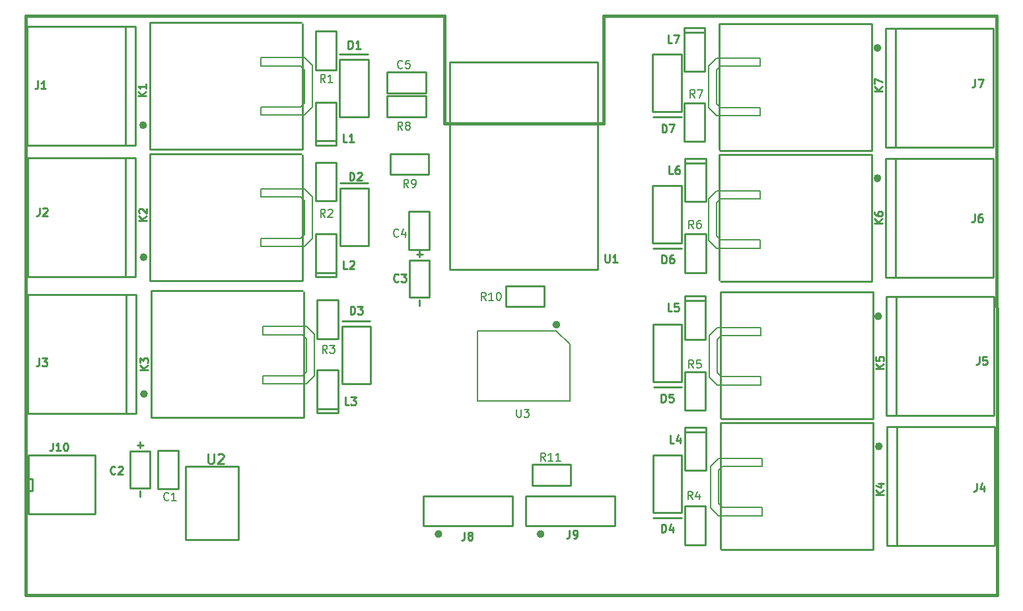
<source format=gbr>
G04 #@! TF.GenerationSoftware,KiCad,Pcbnew,(5.1.6)-1*
G04 #@! TF.CreationDate,2020-06-22T15:28:22+05:30*
G04 #@! TF.ProjectId,ESP8266_RelayBoard,45535038-3236-4365-9f52-656c6179426f,rev?*
G04 #@! TF.SameCoordinates,Original*
G04 #@! TF.FileFunction,Legend,Top*
G04 #@! TF.FilePolarity,Positive*
%FSLAX46Y46*%
G04 Gerber Fmt 4.6, Leading zero omitted, Abs format (unit mm)*
G04 Created by KiCad (PCBNEW (5.1.6)-1) date 2020-06-22 15:28:22*
%MOMM*%
%LPD*%
G01*
G04 APERTURE LIST*
G04 #@! TA.AperFunction,Profile*
%ADD10C,0.203200*%
G04 #@! TD*
G04 #@! TA.AperFunction,Profile*
%ADD11C,0.381000*%
G04 #@! TD*
%ADD12C,0.508000*%
%ADD13C,0.203200*%
%ADD14C,0.254000*%
%ADD15C,0.127000*%
%ADD16C,0.250000*%
G04 APERTURE END LIST*
D10*
X160464500Y-88265000D02*
X159448500Y-89281000D01*
X166052500Y-88265000D02*
X160464500Y-88265000D01*
X159448500Y-94615000D02*
X160464500Y-95631000D01*
X159448500Y-89281000D02*
X159448500Y-94615000D01*
X160464500Y-95631000D02*
X166052500Y-95631000D01*
X166052500Y-95631000D02*
X166052500Y-94551500D01*
X160464500Y-89789000D02*
X160972500Y-89281000D01*
X166052500Y-94551500D02*
X160972500Y-94551500D01*
X160464500Y-94043500D02*
X160464500Y-89789000D01*
X160972500Y-89281000D02*
X166052500Y-89281000D01*
X166052500Y-89281000D02*
X166052500Y-88265000D01*
X160972500Y-94551500D02*
X160464500Y-94043500D01*
X160337500Y-71501000D02*
X159321500Y-72517000D01*
X165925500Y-71501000D02*
X160337500Y-71501000D01*
X159321500Y-77851000D02*
X160337500Y-78867000D01*
X159321500Y-72517000D02*
X159321500Y-77851000D01*
X160337500Y-78867000D02*
X165925500Y-78867000D01*
X165925500Y-78867000D02*
X165925500Y-77787500D01*
X160337500Y-73025000D02*
X160845500Y-72517000D01*
X165925500Y-77787500D02*
X160845500Y-77787500D01*
X160337500Y-77279500D02*
X160337500Y-73025000D01*
X160845500Y-72517000D02*
X165925500Y-72517000D01*
X165925500Y-72517000D02*
X165925500Y-71501000D01*
X160845500Y-77787500D02*
X160337500Y-77279500D01*
X160274000Y-53975000D02*
X159258000Y-54991000D01*
X165862000Y-53975000D02*
X160274000Y-53975000D01*
X159258000Y-60325000D02*
X160274000Y-61341000D01*
X159258000Y-54991000D02*
X159258000Y-60325000D01*
X160274000Y-61341000D02*
X165862000Y-61341000D01*
X165862000Y-61341000D02*
X165862000Y-60261500D01*
X160274000Y-55499000D02*
X160782000Y-54991000D01*
X165862000Y-60261500D02*
X160782000Y-60261500D01*
X160274000Y-59753500D02*
X160274000Y-55499000D01*
X160782000Y-54991000D02*
X165862000Y-54991000D01*
X165862000Y-54991000D02*
X165862000Y-53975000D01*
X160782000Y-60261500D02*
X160274000Y-59753500D01*
X160274000Y-37020500D02*
X159258000Y-38036500D01*
X165862000Y-37020500D02*
X160274000Y-37020500D01*
X159258000Y-43370500D02*
X160274000Y-44386500D01*
X159258000Y-38036500D02*
X159258000Y-43370500D01*
X160274000Y-44386500D02*
X165862000Y-44386500D01*
X165862000Y-44386500D02*
X165862000Y-43307000D01*
X160274000Y-38544500D02*
X160782000Y-38036500D01*
X165862000Y-43307000D02*
X160782000Y-43307000D01*
X160274000Y-42799000D02*
X160274000Y-38544500D01*
X160782000Y-38036500D02*
X165862000Y-38036500D01*
X165862000Y-38036500D02*
X165862000Y-37020500D01*
X160782000Y-43307000D02*
X160274000Y-42799000D01*
X107378500Y-61087000D02*
X108394500Y-60071000D01*
X101790500Y-61087000D02*
X107378500Y-61087000D01*
X108394500Y-54737000D02*
X107378500Y-53721000D01*
X108394500Y-60071000D02*
X108394500Y-54737000D01*
X107378500Y-53721000D02*
X101790500Y-53721000D01*
X101790500Y-53721000D02*
X101790500Y-54800500D01*
X107378500Y-59563000D02*
X106870500Y-60071000D01*
X101790500Y-54800500D02*
X106870500Y-54800500D01*
X107378500Y-55308500D02*
X107378500Y-59563000D01*
X106870500Y-60071000D02*
X101790500Y-60071000D01*
X101790500Y-60071000D02*
X101790500Y-61087000D01*
X106870500Y-54800500D02*
X107378500Y-55308500D01*
X107696000Y-78740000D02*
X108712000Y-77724000D01*
X102108000Y-78740000D02*
X107696000Y-78740000D01*
X108712000Y-72390000D02*
X107696000Y-71374000D01*
X108712000Y-77724000D02*
X108712000Y-72390000D01*
X107696000Y-71374000D02*
X102108000Y-71374000D01*
X102108000Y-71374000D02*
X102108000Y-72453500D01*
X107696000Y-77216000D02*
X107188000Y-77724000D01*
X102108000Y-72453500D02*
X107188000Y-72453500D01*
X107696000Y-72961500D02*
X107696000Y-77216000D01*
X107188000Y-77724000D02*
X102108000Y-77724000D01*
X102108000Y-77724000D02*
X102108000Y-78740000D01*
X107188000Y-72453500D02*
X107696000Y-72961500D01*
X107378500Y-44259500D02*
X108394500Y-43243500D01*
X101790500Y-44259500D02*
X107378500Y-44259500D01*
X108394500Y-37909500D02*
X107378500Y-36893500D01*
X108394500Y-43243500D02*
X108394500Y-37909500D01*
X107378500Y-36893500D02*
X101790500Y-36893500D01*
X101790500Y-36893500D02*
X101790500Y-37973000D01*
X107378500Y-42735500D02*
X106870500Y-43243500D01*
X101790500Y-37973000D02*
X106870500Y-37973000D01*
X107378500Y-38481000D02*
X107378500Y-42735500D01*
X106870500Y-43243500D02*
X101790500Y-43243500D01*
X101790500Y-43243500D02*
X101790500Y-44259500D01*
X106870500Y-37973000D02*
X107378500Y-38481000D01*
D11*
X71691500Y-31559500D02*
X125349000Y-31559500D01*
X145732500Y-31559500D02*
X196151500Y-31559500D01*
X125349000Y-45339000D02*
X125349000Y-31559500D01*
X145732500Y-45339000D02*
X145732500Y-31559500D01*
X125349000Y-45339000D02*
X145732500Y-45339000D01*
X71691500Y-105791000D02*
X71691500Y-31559500D01*
X196215000Y-105791000D02*
X71691500Y-105791000D01*
X196151500Y-31559500D02*
X196215000Y-105791000D01*
D12*
X139954000Y-71144000D02*
G75*
G03*
X139954000Y-71144000I-254000J0D01*
G01*
D13*
X129560000Y-71910000D02*
X129560000Y-80910000D01*
X129560000Y-71910000D02*
X139700000Y-71910000D01*
X129560000Y-80910000D02*
X141450000Y-80910000D01*
X141450000Y-80910000D02*
X141450000Y-73660000D01*
X141450000Y-73660000D02*
X139700000Y-71910000D01*
D14*
X98933000Y-89281000D02*
X98933000Y-98679000D01*
X98933000Y-98679000D02*
X92138500Y-98679000D01*
X92138500Y-98679000D02*
X92138500Y-89281000D01*
X92138500Y-89281000D02*
X98933000Y-89281000D01*
X145034000Y-37528500D02*
X126047500Y-37528500D01*
X145034000Y-64071500D02*
X145034000Y-37528500D01*
X126047500Y-64071500D02*
X145034000Y-64071500D01*
X126047500Y-37528500D02*
X126047500Y-64071500D01*
X136588500Y-89090500D02*
X141541500Y-89090500D01*
X141541500Y-89090500D02*
X141541500Y-91757500D01*
X141541500Y-91757500D02*
X136588500Y-91757500D01*
X136588500Y-91757500D02*
X136588500Y-89090500D01*
X133223000Y-66167000D02*
X138176000Y-66167000D01*
X138176000Y-66167000D02*
X138176000Y-68834000D01*
X138176000Y-68834000D02*
X133223000Y-68834000D01*
X133223000Y-68834000D02*
X133223000Y-66167000D01*
X123367800Y-49225200D02*
X123367800Y-51892200D01*
X118414800Y-49225200D02*
X123367800Y-49225200D01*
X118414800Y-51892200D02*
X118414800Y-49225200D01*
X123367800Y-51892200D02*
X118414800Y-51892200D01*
X117993500Y-44513500D02*
X117993500Y-41846500D01*
X122946500Y-44513500D02*
X117993500Y-44513500D01*
X122946500Y-41846500D02*
X122946500Y-44513500D01*
X117993500Y-41846500D02*
X122946500Y-41846500D01*
X158750000Y-47678000D02*
X156083000Y-47678000D01*
X158750000Y-42725000D02*
X158750000Y-47678000D01*
X156083000Y-42725000D02*
X158750000Y-42725000D01*
X156083000Y-47678000D02*
X156083000Y-42725000D01*
X158877000Y-64492800D02*
X156210000Y-64492800D01*
X158877000Y-59539800D02*
X158877000Y-64492800D01*
X156210000Y-59539800D02*
X158877000Y-59539800D01*
X156210000Y-64492800D02*
X156210000Y-59539800D01*
X158838900Y-82141400D02*
X156171900Y-82141400D01*
X158838900Y-77188400D02*
X158838900Y-82141400D01*
X156171900Y-77188400D02*
X158838900Y-77188400D01*
X156171900Y-82141400D02*
X156171900Y-77188400D01*
X158813500Y-99377500D02*
X156146500Y-99377500D01*
X158813500Y-94424500D02*
X158813500Y-99377500D01*
X156146500Y-94424500D02*
X158813500Y-94424500D01*
X156146500Y-99377500D02*
X156146500Y-94424500D01*
X111696500Y-67995800D02*
X111696500Y-72948800D01*
X111696500Y-72948800D02*
X109029500Y-72948800D01*
X109029500Y-72948800D02*
X109029500Y-67995800D01*
X109029500Y-67995800D02*
X111696500Y-67995800D01*
X108839000Y-50340600D02*
X111506000Y-50340600D01*
X108839000Y-55293600D02*
X108839000Y-50340600D01*
X111506000Y-55293600D02*
X108839000Y-55293600D01*
X111506000Y-50340600D02*
X111506000Y-55293600D01*
X108839000Y-33528000D02*
X111506000Y-33528000D01*
X108839000Y-38481000D02*
X108839000Y-33528000D01*
X111506000Y-38481000D02*
X108839000Y-38481000D01*
X111506000Y-33528000D02*
X111506000Y-38481000D01*
X156083000Y-33682600D02*
X158750000Y-33682600D01*
X156083000Y-38635600D02*
X156083000Y-33111100D01*
X158750000Y-38635600D02*
X156083000Y-38635600D01*
X158750000Y-33111100D02*
X158750000Y-38635600D01*
X156083000Y-33111100D02*
X158750000Y-33111100D01*
X156210000Y-50416800D02*
X158877000Y-50416800D01*
X156210000Y-55369800D02*
X156210000Y-49845300D01*
X158877000Y-55369800D02*
X156210000Y-55369800D01*
X158877000Y-49845300D02*
X158877000Y-55369800D01*
X156210000Y-49845300D02*
X158877000Y-49845300D01*
X156171900Y-68074200D02*
X158838900Y-68074200D01*
X156171900Y-73027200D02*
X156171900Y-67502700D01*
X158838900Y-73027200D02*
X156171900Y-73027200D01*
X158838900Y-67502700D02*
X158838900Y-73027200D01*
X156171900Y-67502700D02*
X158838900Y-67502700D01*
X156184600Y-84863600D02*
X158851600Y-84863600D01*
X156184600Y-89816600D02*
X156184600Y-84292100D01*
X158851600Y-89816600D02*
X156184600Y-89816600D01*
X158851600Y-84292100D02*
X158851600Y-89816600D01*
X156184600Y-84292100D02*
X158851600Y-84292100D01*
X111696500Y-82486500D02*
X109029500Y-82486500D01*
X109029500Y-82486500D02*
X109029500Y-76962000D01*
X109029500Y-76962000D02*
X111696500Y-76962000D01*
X111696500Y-76962000D02*
X111696500Y-82486500D01*
X111696500Y-81915000D02*
X109029500Y-81915000D01*
X111506000Y-64465200D02*
X108839000Y-64465200D01*
X111506000Y-59512200D02*
X111506000Y-65036700D01*
X108839000Y-59512200D02*
X111506000Y-59512200D01*
X108839000Y-65036700D02*
X108839000Y-59512200D01*
X111506000Y-65036700D02*
X108839000Y-65036700D01*
X111506000Y-47576400D02*
X108839000Y-47576400D01*
X111506000Y-42623400D02*
X111506000Y-48147900D01*
X108839000Y-42623400D02*
X111506000Y-42623400D01*
X108839000Y-48147900D02*
X108839000Y-42623400D01*
X111506000Y-48147900D02*
X108839000Y-48147900D01*
X71996300Y-87884000D02*
X71996300Y-95402400D01*
X72504300Y-92456000D02*
X71996300Y-92456000D01*
X72504300Y-90932000D02*
X72504300Y-92456000D01*
X71996300Y-90932000D02*
X72504300Y-90932000D01*
X80581500Y-87884000D02*
X71996300Y-87884000D01*
X80581500Y-87884000D02*
X80581500Y-95402400D01*
X80581500Y-95402400D02*
X71996300Y-95402400D01*
D12*
X137922000Y-97980500D02*
G75*
G03*
X137922000Y-97980500I-254000J0D01*
G01*
D14*
X135763000Y-96901000D02*
X147193000Y-96901000D01*
X135763000Y-96901000D02*
X135763000Y-93091000D01*
X147193000Y-93091000D02*
X135763000Y-93091000D01*
X147193000Y-96901000D02*
X147193000Y-93091000D01*
D12*
X124841000Y-97980500D02*
G75*
G03*
X124841000Y-97980500I-254000J0D01*
G01*
D14*
X122682000Y-96901000D02*
X134112000Y-96901000D01*
X122682000Y-96901000D02*
X122682000Y-93091000D01*
X134112000Y-93091000D02*
X122682000Y-93091000D01*
X134112000Y-96901000D02*
X134112000Y-93091000D01*
X152044400Y-43836700D02*
X152044400Y-36470700D01*
X152044400Y-43836700D02*
X155727400Y-43836700D01*
X155727400Y-36470700D02*
X152044400Y-36470700D01*
X155727400Y-43836700D02*
X155727400Y-36470700D01*
X152107900Y-44522500D02*
X155727400Y-44522500D01*
X152069800Y-60718700D02*
X152069800Y-53352700D01*
X152069800Y-60718700D02*
X155752800Y-60718700D01*
X155752800Y-53352700D02*
X152069800Y-53352700D01*
X155752800Y-60718700D02*
X155752800Y-53352700D01*
X152133300Y-61404500D02*
X155752800Y-61404500D01*
X152095200Y-78456900D02*
X152095200Y-71090900D01*
X152095200Y-78456900D02*
X155778200Y-78456900D01*
X155778200Y-71090900D02*
X152095200Y-71090900D01*
X155778200Y-78456900D02*
X155778200Y-71090900D01*
X152158700Y-79142700D02*
X155778200Y-79142700D01*
X152082500Y-95250000D02*
X152082500Y-87884000D01*
X152082500Y-95250000D02*
X155765500Y-95250000D01*
X155765500Y-87884000D02*
X152082500Y-87884000D01*
X155765500Y-95250000D02*
X155765500Y-87884000D01*
X152146000Y-95935800D02*
X155765500Y-95935800D01*
X115824000Y-70697200D02*
X112204500Y-70697200D01*
X112204500Y-71383000D02*
X112204500Y-78749000D01*
X112204500Y-78749000D02*
X115887500Y-78749000D01*
X115887500Y-71383000D02*
X112204500Y-71383000D01*
X115887500Y-71383000D02*
X115887500Y-78749000D01*
X115633500Y-53691900D02*
X115633500Y-61057900D01*
X115633500Y-53691900D02*
X111950500Y-53691900D01*
X111950500Y-61057900D02*
X115633500Y-61057900D01*
X111950500Y-53691900D02*
X111950500Y-61057900D01*
X115570000Y-53006100D02*
X111950500Y-53006100D01*
X115620800Y-37147500D02*
X115620800Y-44513500D01*
X115620800Y-37147500D02*
X111937800Y-37147500D01*
X111937800Y-44513500D02*
X115620800Y-44513500D01*
X111937800Y-37147500D02*
X111937800Y-44513500D01*
X115557300Y-36461700D02*
X111937800Y-36461700D01*
X122946500Y-38798500D02*
X122946500Y-41465500D01*
X117993500Y-38798500D02*
X122946500Y-38798500D01*
X117993500Y-41465500D02*
X117993500Y-38798500D01*
X122946500Y-41465500D02*
X117993500Y-41465500D01*
X123444000Y-61542000D02*
X120777000Y-61542000D01*
X123444000Y-56589000D02*
X123444000Y-61542000D01*
X120777000Y-56589000D02*
X123444000Y-56589000D01*
X120777000Y-61542000D02*
X120777000Y-56589000D01*
D15*
X123444000Y-62992000D02*
X123444000Y-63119000D01*
D14*
X120904000Y-62928500D02*
X123444000Y-62928500D01*
X120904000Y-67564000D02*
X120904000Y-62992000D01*
X123444000Y-67627500D02*
X120904000Y-67627500D01*
X123444000Y-62992000D02*
X123444000Y-67564000D01*
X122555000Y-62103000D02*
X121793000Y-62103000D01*
X122174000Y-61722000D02*
X122174000Y-62484000D01*
X122174000Y-68008500D02*
X122174000Y-68770500D01*
D15*
X87630000Y-87450000D02*
X87630000Y-87577000D01*
D14*
X85090000Y-87386500D02*
X87630000Y-87386500D01*
X85090000Y-92022000D02*
X85090000Y-87450000D01*
X87630000Y-92085500D02*
X85090000Y-92085500D01*
X87630000Y-87450000D02*
X87630000Y-92022000D01*
X86741000Y-86561000D02*
X85979000Y-86561000D01*
X86360000Y-86180000D02*
X86360000Y-86942000D01*
X86360000Y-92466500D02*
X86360000Y-93228500D01*
X88582500Y-87259500D02*
X91249500Y-87259500D01*
X88582500Y-92212500D02*
X88582500Y-87259500D01*
X91249500Y-92212500D02*
X88582500Y-92212500D01*
X91249500Y-87259500D02*
X91249500Y-92212500D01*
X160537500Y-32575500D02*
X180095500Y-32575500D01*
X180095500Y-32575500D02*
X180095500Y-48831500D01*
X180095500Y-48831500D02*
X160664500Y-48831500D01*
X160537500Y-48704500D02*
X160537500Y-32575500D01*
X160591500Y-49339500D02*
X180149500Y-49339500D01*
X180149500Y-49339500D02*
X180149500Y-65595500D01*
X180149500Y-65595500D02*
X160718500Y-65595500D01*
X160591500Y-65468500D02*
X160591500Y-49339500D01*
X160718500Y-66992500D02*
X180276500Y-66992500D01*
X180276500Y-66992500D02*
X180276500Y-83248500D01*
X180276500Y-83248500D02*
X160845500Y-83248500D01*
X160718500Y-83121500D02*
X160718500Y-66992500D01*
X160718500Y-83756500D02*
X180276500Y-83756500D01*
X180276500Y-83756500D02*
X180276500Y-100012500D01*
X180276500Y-100012500D02*
X160845500Y-100012500D01*
X160718500Y-99885500D02*
X160718500Y-83756500D01*
X107302300Y-66941700D02*
X107302300Y-83070700D01*
X87744300Y-66814700D02*
X107175300Y-66814700D01*
X87744300Y-83070700D02*
X87744300Y-66814700D01*
X107302300Y-83070700D02*
X87744300Y-83070700D01*
X107149900Y-49415700D02*
X107149900Y-65544700D01*
X87591900Y-49288700D02*
X107022900Y-49288700D01*
X87591900Y-65544700D02*
X87591900Y-49288700D01*
X107149900Y-65544700D02*
X87591900Y-65544700D01*
X107124500Y-32575500D02*
X107124500Y-48704500D01*
X87566500Y-32448500D02*
X106997500Y-32448500D01*
X87566500Y-48704500D02*
X87566500Y-32448500D01*
X107124500Y-48704500D02*
X87566500Y-48704500D01*
D12*
X86982300Y-45580300D02*
G75*
G03*
X86982300Y-45580300I-254000J0D01*
G01*
D14*
X85712300Y-48120300D02*
X71869300Y-48120300D01*
X85712300Y-32880300D02*
X71869300Y-32880300D01*
X84442300Y-48120300D02*
X84442300Y-32880300D01*
X71869300Y-48120300D02*
X71869300Y-32880300D01*
X85712300Y-48120300D02*
X85712300Y-32880300D01*
X85763100Y-65036700D02*
X85763100Y-49796700D01*
X71920100Y-65036700D02*
X71920100Y-49796700D01*
X84493100Y-65036700D02*
X84493100Y-49796700D01*
X85763100Y-49796700D02*
X71920100Y-49796700D01*
X85763100Y-65036700D02*
X71920100Y-65036700D01*
D12*
X87033100Y-62496700D02*
G75*
G03*
X87033100Y-62496700I-254000J0D01*
G01*
D14*
X85813900Y-82562700D02*
X85813900Y-67322700D01*
X71970900Y-82562700D02*
X71970900Y-67322700D01*
X84543900Y-82562700D02*
X84543900Y-67322700D01*
X85813900Y-67322700D02*
X71970900Y-67322700D01*
X85813900Y-82562700D02*
X71970900Y-82562700D01*
D12*
X87083900Y-80022700D02*
G75*
G03*
X87083900Y-80022700I-254000J0D01*
G01*
D14*
X182054500Y-84201000D02*
X182054500Y-99441000D01*
X195897500Y-84201000D02*
X195897500Y-99441000D01*
X183324500Y-84201000D02*
X183324500Y-99441000D01*
X182054500Y-99441000D02*
X195897500Y-99441000D01*
X182054500Y-84201000D02*
X195897500Y-84201000D01*
D12*
X181292500Y-86741000D02*
G75*
G03*
X181292500Y-86741000I-254000J0D01*
G01*
X181216300Y-70065900D02*
G75*
G03*
X181216300Y-70065900I-254000J0D01*
G01*
D14*
X181978300Y-67525900D02*
X195821300Y-67525900D01*
X181978300Y-82765900D02*
X195821300Y-82765900D01*
X183248300Y-67525900D02*
X183248300Y-82765900D01*
X195821300Y-67525900D02*
X195821300Y-82765900D01*
X181978300Y-67525900D02*
X181978300Y-82765900D01*
X181876700Y-49847500D02*
X181876700Y-65087500D01*
X195719700Y-49847500D02*
X195719700Y-65087500D01*
X183146700Y-49847500D02*
X183146700Y-65087500D01*
X181876700Y-65087500D02*
X195719700Y-65087500D01*
X181876700Y-49847500D02*
X195719700Y-49847500D01*
D12*
X181114700Y-52387500D02*
G75*
G03*
X181114700Y-52387500I-254000J0D01*
G01*
D14*
X181876700Y-33134300D02*
X181876700Y-48374300D01*
X195719700Y-33134300D02*
X195719700Y-48374300D01*
X183146700Y-33134300D02*
X183146700Y-48374300D01*
X181876700Y-48374300D02*
X195719700Y-48374300D01*
X181876700Y-33134300D02*
X195719700Y-33134300D01*
D12*
X181114700Y-35674300D02*
G75*
G03*
X181114700Y-35674300I-254000J0D01*
G01*
D13*
X134620095Y-82002380D02*
X134620095Y-82811904D01*
X134667714Y-82907142D01*
X134715333Y-82954761D01*
X134810571Y-83002380D01*
X135001047Y-83002380D01*
X135096285Y-82954761D01*
X135143904Y-82907142D01*
X135191523Y-82811904D01*
X135191523Y-82002380D01*
X135572476Y-82002380D02*
X136191523Y-82002380D01*
X135858190Y-82383333D01*
X136001047Y-82383333D01*
X136096285Y-82430952D01*
X136143904Y-82478571D01*
X136191523Y-82573809D01*
X136191523Y-82811904D01*
X136143904Y-82907142D01*
X136096285Y-82954761D01*
X136001047Y-83002380D01*
X135715333Y-83002380D01*
X135620095Y-82954761D01*
X135572476Y-82907142D01*
D14*
X95044380Y-87696523D02*
X95044380Y-88724619D01*
X95104857Y-88845571D01*
X95165333Y-88906047D01*
X95286285Y-88966523D01*
X95528190Y-88966523D01*
X95649142Y-88906047D01*
X95709619Y-88845571D01*
X95770095Y-88724619D01*
X95770095Y-87696523D01*
X96314380Y-87817476D02*
X96374857Y-87757000D01*
X96495809Y-87696523D01*
X96798190Y-87696523D01*
X96919142Y-87757000D01*
X96979619Y-87817476D01*
X97040095Y-87938428D01*
X97040095Y-88059380D01*
X96979619Y-88240809D01*
X96253904Y-88966523D01*
X97040095Y-88966523D01*
D16*
X145948495Y-62164980D02*
X145948495Y-62974504D01*
X145996114Y-63069742D01*
X146043733Y-63117361D01*
X146138971Y-63164980D01*
X146329447Y-63164980D01*
X146424685Y-63117361D01*
X146472304Y-63069742D01*
X146519923Y-62974504D01*
X146519923Y-62164980D01*
X147519923Y-63164980D02*
X146948495Y-63164980D01*
X147234209Y-63164980D02*
X147234209Y-62164980D01*
X147138971Y-62307838D01*
X147043733Y-62403076D01*
X146948495Y-62450695D01*
D13*
X138284857Y-88597619D02*
X137946190Y-88113809D01*
X137704285Y-88597619D02*
X137704285Y-87581619D01*
X138091333Y-87581619D01*
X138188095Y-87630000D01*
X138236476Y-87678380D01*
X138284857Y-87775142D01*
X138284857Y-87920285D01*
X138236476Y-88017047D01*
X138188095Y-88065428D01*
X138091333Y-88113809D01*
X137704285Y-88113809D01*
X139252476Y-88597619D02*
X138671904Y-88597619D01*
X138962190Y-88597619D02*
X138962190Y-87581619D01*
X138865428Y-87726761D01*
X138768666Y-87823523D01*
X138671904Y-87871904D01*
X140220095Y-88597619D02*
X139639523Y-88597619D01*
X139929809Y-88597619D02*
X139929809Y-87581619D01*
X139833047Y-87726761D01*
X139736285Y-87823523D01*
X139639523Y-87871904D01*
X130664857Y-68023619D02*
X130326190Y-67539809D01*
X130084285Y-68023619D02*
X130084285Y-67007619D01*
X130471333Y-67007619D01*
X130568095Y-67056000D01*
X130616476Y-67104380D01*
X130664857Y-67201142D01*
X130664857Y-67346285D01*
X130616476Y-67443047D01*
X130568095Y-67491428D01*
X130471333Y-67539809D01*
X130084285Y-67539809D01*
X131632476Y-68023619D02*
X131051904Y-68023619D01*
X131342190Y-68023619D02*
X131342190Y-67007619D01*
X131245428Y-67152761D01*
X131148666Y-67249523D01*
X131051904Y-67297904D01*
X132261428Y-67007619D02*
X132358190Y-67007619D01*
X132454952Y-67056000D01*
X132503333Y-67104380D01*
X132551714Y-67201142D01*
X132600095Y-67394666D01*
X132600095Y-67636571D01*
X132551714Y-67830095D01*
X132503333Y-67926857D01*
X132454952Y-67975238D01*
X132358190Y-68023619D01*
X132261428Y-68023619D01*
X132164666Y-67975238D01*
X132116285Y-67926857D01*
X132067904Y-67830095D01*
X132019523Y-67636571D01*
X132019523Y-67394666D01*
X132067904Y-67201142D01*
X132116285Y-67104380D01*
X132164666Y-67056000D01*
X132261428Y-67007619D01*
X120734666Y-53545619D02*
X120396000Y-53061809D01*
X120154095Y-53545619D02*
X120154095Y-52529619D01*
X120541142Y-52529619D01*
X120637904Y-52578000D01*
X120686285Y-52626380D01*
X120734666Y-52723142D01*
X120734666Y-52868285D01*
X120686285Y-52965047D01*
X120637904Y-53013428D01*
X120541142Y-53061809D01*
X120154095Y-53061809D01*
X121218476Y-53545619D02*
X121412000Y-53545619D01*
X121508761Y-53497238D01*
X121557142Y-53448857D01*
X121653904Y-53303714D01*
X121702285Y-53110190D01*
X121702285Y-52723142D01*
X121653904Y-52626380D01*
X121605523Y-52578000D01*
X121508761Y-52529619D01*
X121315238Y-52529619D01*
X121218476Y-52578000D01*
X121170095Y-52626380D01*
X121121714Y-52723142D01*
X121121714Y-52965047D01*
X121170095Y-53061809D01*
X121218476Y-53110190D01*
X121315238Y-53158571D01*
X121508761Y-53158571D01*
X121605523Y-53110190D01*
X121653904Y-53061809D01*
X121702285Y-52965047D01*
X119972666Y-46179619D02*
X119634000Y-45695809D01*
X119392095Y-46179619D02*
X119392095Y-45163619D01*
X119779142Y-45163619D01*
X119875904Y-45212000D01*
X119924285Y-45260380D01*
X119972666Y-45357142D01*
X119972666Y-45502285D01*
X119924285Y-45599047D01*
X119875904Y-45647428D01*
X119779142Y-45695809D01*
X119392095Y-45695809D01*
X120553238Y-45599047D02*
X120456476Y-45550666D01*
X120408095Y-45502285D01*
X120359714Y-45405523D01*
X120359714Y-45357142D01*
X120408095Y-45260380D01*
X120456476Y-45212000D01*
X120553238Y-45163619D01*
X120746761Y-45163619D01*
X120843523Y-45212000D01*
X120891904Y-45260380D01*
X120940285Y-45357142D01*
X120940285Y-45405523D01*
X120891904Y-45502285D01*
X120843523Y-45550666D01*
X120746761Y-45599047D01*
X120553238Y-45599047D01*
X120456476Y-45647428D01*
X120408095Y-45695809D01*
X120359714Y-45792571D01*
X120359714Y-45986095D01*
X120408095Y-46082857D01*
X120456476Y-46131238D01*
X120553238Y-46179619D01*
X120746761Y-46179619D01*
X120843523Y-46131238D01*
X120891904Y-46082857D01*
X120940285Y-45986095D01*
X120940285Y-45792571D01*
X120891904Y-45695809D01*
X120843523Y-45647428D01*
X120746761Y-45599047D01*
X157475766Y-42026719D02*
X157137100Y-41542909D01*
X156895195Y-42026719D02*
X156895195Y-41010719D01*
X157282242Y-41010719D01*
X157379004Y-41059100D01*
X157427385Y-41107480D01*
X157475766Y-41204242D01*
X157475766Y-41349385D01*
X157427385Y-41446147D01*
X157379004Y-41494528D01*
X157282242Y-41542909D01*
X156895195Y-41542909D01*
X157814433Y-41010719D02*
X158491766Y-41010719D01*
X158056338Y-42026719D01*
X157297966Y-58790719D02*
X156959300Y-58306909D01*
X156717395Y-58790719D02*
X156717395Y-57774719D01*
X157104442Y-57774719D01*
X157201204Y-57823100D01*
X157249585Y-57871480D01*
X157297966Y-57968242D01*
X157297966Y-58113385D01*
X157249585Y-58210147D01*
X157201204Y-58258528D01*
X157104442Y-58306909D01*
X156717395Y-58306909D01*
X158168823Y-57774719D02*
X157975300Y-57774719D01*
X157878538Y-57823100D01*
X157830157Y-57871480D01*
X157733395Y-58016623D01*
X157685014Y-58210147D01*
X157685014Y-58597195D01*
X157733395Y-58693957D01*
X157781776Y-58742338D01*
X157878538Y-58790719D01*
X158072061Y-58790719D01*
X158168823Y-58742338D01*
X158217204Y-58693957D01*
X158265585Y-58597195D01*
X158265585Y-58355290D01*
X158217204Y-58258528D01*
X158168823Y-58210147D01*
X158072061Y-58161766D01*
X157878538Y-58161766D01*
X157781776Y-58210147D01*
X157733395Y-58258528D01*
X157685014Y-58355290D01*
X157285266Y-76695519D02*
X156946600Y-76211709D01*
X156704695Y-76695519D02*
X156704695Y-75679519D01*
X157091742Y-75679519D01*
X157188504Y-75727900D01*
X157236885Y-75776280D01*
X157285266Y-75873042D01*
X157285266Y-76018185D01*
X157236885Y-76114947D01*
X157188504Y-76163328D01*
X157091742Y-76211709D01*
X156704695Y-76211709D01*
X158204504Y-75679519D02*
X157720695Y-75679519D01*
X157672314Y-76163328D01*
X157720695Y-76114947D01*
X157817457Y-76066566D01*
X158059361Y-76066566D01*
X158156123Y-76114947D01*
X158204504Y-76163328D01*
X158252885Y-76260090D01*
X158252885Y-76501995D01*
X158204504Y-76598757D01*
X158156123Y-76647138D01*
X158059361Y-76695519D01*
X157817457Y-76695519D01*
X157720695Y-76647138D01*
X157672314Y-76598757D01*
X157158266Y-93552819D02*
X156819600Y-93069009D01*
X156577695Y-93552819D02*
X156577695Y-92536819D01*
X156964742Y-92536819D01*
X157061504Y-92585200D01*
X157109885Y-92633580D01*
X157158266Y-92730342D01*
X157158266Y-92875485D01*
X157109885Y-92972247D01*
X157061504Y-93020628D01*
X156964742Y-93069009D01*
X156577695Y-93069009D01*
X158029123Y-92875485D02*
X158029123Y-93552819D01*
X157787219Y-92488438D02*
X157545314Y-93214152D01*
X158174266Y-93214152D01*
X110320666Y-74792719D02*
X109982000Y-74308909D01*
X109740095Y-74792719D02*
X109740095Y-73776719D01*
X110127142Y-73776719D01*
X110223904Y-73825100D01*
X110272285Y-73873480D01*
X110320666Y-73970242D01*
X110320666Y-74115385D01*
X110272285Y-74212147D01*
X110223904Y-74260528D01*
X110127142Y-74308909D01*
X109740095Y-74308909D01*
X110659333Y-73776719D02*
X111288285Y-73776719D01*
X110949619Y-74163766D01*
X111094761Y-74163766D01*
X111191523Y-74212147D01*
X111239904Y-74260528D01*
X111288285Y-74357290D01*
X111288285Y-74599195D01*
X111239904Y-74695957D01*
X111191523Y-74744338D01*
X111094761Y-74792719D01*
X110804476Y-74792719D01*
X110707714Y-74744338D01*
X110659333Y-74695957D01*
X110066666Y-57355619D02*
X109728000Y-56871809D01*
X109486095Y-57355619D02*
X109486095Y-56339619D01*
X109873142Y-56339619D01*
X109969904Y-56388000D01*
X110018285Y-56436380D01*
X110066666Y-56533142D01*
X110066666Y-56678285D01*
X110018285Y-56775047D01*
X109969904Y-56823428D01*
X109873142Y-56871809D01*
X109486095Y-56871809D01*
X110453714Y-56436380D02*
X110502095Y-56388000D01*
X110598857Y-56339619D01*
X110840761Y-56339619D01*
X110937523Y-56388000D01*
X110985904Y-56436380D01*
X111034285Y-56533142D01*
X111034285Y-56629904D01*
X110985904Y-56775047D01*
X110405333Y-57355619D01*
X111034285Y-57355619D01*
X110066666Y-40083619D02*
X109728000Y-39599809D01*
X109486095Y-40083619D02*
X109486095Y-39067619D01*
X109873142Y-39067619D01*
X109969904Y-39116000D01*
X110018285Y-39164380D01*
X110066666Y-39261142D01*
X110066666Y-39406285D01*
X110018285Y-39503047D01*
X109969904Y-39551428D01*
X109873142Y-39599809D01*
X109486095Y-39599809D01*
X111034285Y-40083619D02*
X110453714Y-40083619D01*
X110744000Y-40083619D02*
X110744000Y-39067619D01*
X110647238Y-39212761D01*
X110550476Y-39309523D01*
X110453714Y-39357904D01*
D14*
X154516666Y-35003619D02*
X154032857Y-35003619D01*
X154032857Y-33987619D01*
X154758571Y-33987619D02*
X155435904Y-33987619D01*
X155000476Y-35003619D01*
X154656366Y-51831119D02*
X154172557Y-51831119D01*
X154172557Y-50815119D01*
X155430461Y-50815119D02*
X155236938Y-50815119D01*
X155140176Y-50863500D01*
X155091795Y-50911880D01*
X154995033Y-51057023D01*
X154946652Y-51250547D01*
X154946652Y-51637595D01*
X154995033Y-51734357D01*
X155043414Y-51782738D01*
X155140176Y-51831119D01*
X155333700Y-51831119D01*
X155430461Y-51782738D01*
X155478842Y-51734357D01*
X155527223Y-51637595D01*
X155527223Y-51395690D01*
X155478842Y-51298928D01*
X155430461Y-51250547D01*
X155333700Y-51202166D01*
X155140176Y-51202166D01*
X155043414Y-51250547D01*
X154995033Y-51298928D01*
X154946652Y-51395690D01*
X154516666Y-69433319D02*
X154032857Y-69433319D01*
X154032857Y-68417319D01*
X155339142Y-68417319D02*
X154855333Y-68417319D01*
X154806952Y-68901128D01*
X154855333Y-68852747D01*
X154952095Y-68804366D01*
X155194000Y-68804366D01*
X155290761Y-68852747D01*
X155339142Y-68901128D01*
X155387523Y-68997890D01*
X155387523Y-69239795D01*
X155339142Y-69336557D01*
X155290761Y-69384938D01*
X155194000Y-69433319D01*
X154952095Y-69433319D01*
X154855333Y-69384938D01*
X154806952Y-69336557D01*
X154770666Y-86311619D02*
X154286857Y-86311619D01*
X154286857Y-85295619D01*
X155544761Y-85634285D02*
X155544761Y-86311619D01*
X155302857Y-85247238D02*
X155060952Y-85972952D01*
X155689904Y-85972952D01*
X113114666Y-81472919D02*
X112630857Y-81472919D01*
X112630857Y-80456919D01*
X113356571Y-80456919D02*
X113985523Y-80456919D01*
X113646857Y-80843966D01*
X113792000Y-80843966D01*
X113888761Y-80892347D01*
X113937142Y-80940728D01*
X113985523Y-81037490D01*
X113985523Y-81279395D01*
X113937142Y-81376157D01*
X113888761Y-81424538D01*
X113792000Y-81472919D01*
X113501714Y-81472919D01*
X113404952Y-81424538D01*
X113356571Y-81376157D01*
X112924166Y-63972319D02*
X112440357Y-63972319D01*
X112440357Y-62956319D01*
X113214452Y-63053080D02*
X113262833Y-63004700D01*
X113359595Y-62956319D01*
X113601500Y-62956319D01*
X113698261Y-63004700D01*
X113746642Y-63053080D01*
X113795023Y-63149842D01*
X113795023Y-63246604D01*
X113746642Y-63391747D01*
X113166071Y-63972319D01*
X113795023Y-63972319D01*
X112860666Y-47703619D02*
X112376857Y-47703619D01*
X112376857Y-46687619D01*
X113731523Y-47703619D02*
X113150952Y-47703619D01*
X113441238Y-47703619D02*
X113441238Y-46687619D01*
X113344476Y-46832761D01*
X113247714Y-46929523D01*
X113150952Y-46977904D01*
D16*
X75136476Y-86307680D02*
X75136476Y-87021966D01*
X75088857Y-87164823D01*
X74993619Y-87260061D01*
X74850761Y-87307680D01*
X74755523Y-87307680D01*
X76136476Y-87307680D02*
X75565047Y-87307680D01*
X75850761Y-87307680D02*
X75850761Y-86307680D01*
X75755523Y-86450538D01*
X75660285Y-86545776D01*
X75565047Y-86593395D01*
X76755523Y-86307680D02*
X76850761Y-86307680D01*
X76946000Y-86355300D01*
X76993619Y-86402919D01*
X77041238Y-86498157D01*
X77088857Y-86688633D01*
X77088857Y-86926728D01*
X77041238Y-87117204D01*
X76993619Y-87212442D01*
X76946000Y-87260061D01*
X76850761Y-87307680D01*
X76755523Y-87307680D01*
X76660285Y-87260061D01*
X76612666Y-87212442D01*
X76565047Y-87117204D01*
X76517428Y-86926728D01*
X76517428Y-86688633D01*
X76565047Y-86498157D01*
X76612666Y-86402919D01*
X76660285Y-86355300D01*
X76755523Y-86307680D01*
D14*
X141393333Y-97487619D02*
X141393333Y-98213333D01*
X141344952Y-98358476D01*
X141248190Y-98455238D01*
X141103047Y-98503619D01*
X141006285Y-98503619D01*
X141925523Y-98503619D02*
X142119047Y-98503619D01*
X142215809Y-98455238D01*
X142264190Y-98406857D01*
X142360952Y-98261714D01*
X142409333Y-98068190D01*
X142409333Y-97681142D01*
X142360952Y-97584380D01*
X142312571Y-97536000D01*
X142215809Y-97487619D01*
X142022285Y-97487619D01*
X141925523Y-97536000D01*
X141877142Y-97584380D01*
X141828761Y-97681142D01*
X141828761Y-97923047D01*
X141877142Y-98019809D01*
X141925523Y-98068190D01*
X142022285Y-98116571D01*
X142215809Y-98116571D01*
X142312571Y-98068190D01*
X142360952Y-98019809D01*
X142409333Y-97923047D01*
X127931333Y-97741619D02*
X127931333Y-98467333D01*
X127882952Y-98612476D01*
X127786190Y-98709238D01*
X127641047Y-98757619D01*
X127544285Y-98757619D01*
X128560285Y-98177047D02*
X128463523Y-98128666D01*
X128415142Y-98080285D01*
X128366761Y-97983523D01*
X128366761Y-97935142D01*
X128415142Y-97838380D01*
X128463523Y-97790000D01*
X128560285Y-97741619D01*
X128753809Y-97741619D01*
X128850571Y-97790000D01*
X128898952Y-97838380D01*
X128947333Y-97935142D01*
X128947333Y-97983523D01*
X128898952Y-98080285D01*
X128850571Y-98128666D01*
X128753809Y-98177047D01*
X128560285Y-98177047D01*
X128463523Y-98225428D01*
X128415142Y-98273809D01*
X128366761Y-98370571D01*
X128366761Y-98564095D01*
X128415142Y-98660857D01*
X128463523Y-98709238D01*
X128560285Y-98757619D01*
X128753809Y-98757619D01*
X128850571Y-98709238D01*
X128898952Y-98660857D01*
X128947333Y-98564095D01*
X128947333Y-98370571D01*
X128898952Y-98273809D01*
X128850571Y-98225428D01*
X128753809Y-98177047D01*
X153262995Y-46497119D02*
X153262995Y-45481119D01*
X153504900Y-45481119D01*
X153650042Y-45529500D01*
X153746804Y-45626261D01*
X153795185Y-45723023D01*
X153843566Y-45916547D01*
X153843566Y-46061690D01*
X153795185Y-46255214D01*
X153746804Y-46351976D01*
X153650042Y-46448738D01*
X153504900Y-46497119D01*
X153262995Y-46497119D01*
X154182233Y-45481119D02*
X154859566Y-45481119D01*
X154424138Y-46497119D01*
X153237595Y-63261119D02*
X153237595Y-62245119D01*
X153479500Y-62245119D01*
X153624642Y-62293500D01*
X153721404Y-62390261D01*
X153769785Y-62487023D01*
X153818166Y-62680547D01*
X153818166Y-62825690D01*
X153769785Y-63019214D01*
X153721404Y-63115976D01*
X153624642Y-63212738D01*
X153479500Y-63261119D01*
X153237595Y-63261119D01*
X154689023Y-62245119D02*
X154495500Y-62245119D01*
X154398738Y-62293500D01*
X154350357Y-62341880D01*
X154253595Y-62487023D01*
X154205214Y-62680547D01*
X154205214Y-63067595D01*
X154253595Y-63164357D01*
X154301976Y-63212738D01*
X154398738Y-63261119D01*
X154592261Y-63261119D01*
X154689023Y-63212738D01*
X154737404Y-63164357D01*
X154785785Y-63067595D01*
X154785785Y-62825690D01*
X154737404Y-62728928D01*
X154689023Y-62680547D01*
X154592261Y-62632166D01*
X154398738Y-62632166D01*
X154301976Y-62680547D01*
X154253595Y-62728928D01*
X154205214Y-62825690D01*
X153161395Y-81066519D02*
X153161395Y-80050519D01*
X153403300Y-80050519D01*
X153548442Y-80098900D01*
X153645204Y-80195661D01*
X153693585Y-80292423D01*
X153741966Y-80485947D01*
X153741966Y-80631090D01*
X153693585Y-80824614D01*
X153645204Y-80921376D01*
X153548442Y-81018138D01*
X153403300Y-81066519D01*
X153161395Y-81066519D01*
X154661204Y-80050519D02*
X154177395Y-80050519D01*
X154129014Y-80534328D01*
X154177395Y-80485947D01*
X154274157Y-80437566D01*
X154516061Y-80437566D01*
X154612823Y-80485947D01*
X154661204Y-80534328D01*
X154709585Y-80631090D01*
X154709585Y-80872995D01*
X154661204Y-80969757D01*
X154612823Y-81018138D01*
X154516061Y-81066519D01*
X154274157Y-81066519D01*
X154177395Y-81018138D01*
X154129014Y-80969757D01*
X153174095Y-97741619D02*
X153174095Y-96725619D01*
X153416000Y-96725619D01*
X153561142Y-96774000D01*
X153657904Y-96870761D01*
X153706285Y-96967523D01*
X153754666Y-97161047D01*
X153754666Y-97306190D01*
X153706285Y-97499714D01*
X153657904Y-97596476D01*
X153561142Y-97693238D01*
X153416000Y-97741619D01*
X153174095Y-97741619D01*
X154625523Y-97064285D02*
X154625523Y-97741619D01*
X154383619Y-96677238D02*
X154141714Y-97402952D01*
X154770666Y-97402952D01*
X113296095Y-69810619D02*
X113296095Y-68794619D01*
X113538000Y-68794619D01*
X113683142Y-68843000D01*
X113779904Y-68939761D01*
X113828285Y-69036523D01*
X113876666Y-69230047D01*
X113876666Y-69375190D01*
X113828285Y-69568714D01*
X113779904Y-69665476D01*
X113683142Y-69762238D01*
X113538000Y-69810619D01*
X113296095Y-69810619D01*
X114215333Y-68794619D02*
X114844285Y-68794619D01*
X114505619Y-69181666D01*
X114650761Y-69181666D01*
X114747523Y-69230047D01*
X114795904Y-69278428D01*
X114844285Y-69375190D01*
X114844285Y-69617095D01*
X114795904Y-69713857D01*
X114747523Y-69762238D01*
X114650761Y-69810619D01*
X114360476Y-69810619D01*
X114263714Y-69762238D01*
X114215333Y-69713857D01*
X113219895Y-52643919D02*
X113219895Y-51627919D01*
X113461800Y-51627919D01*
X113606942Y-51676300D01*
X113703704Y-51773061D01*
X113752085Y-51869823D01*
X113800466Y-52063347D01*
X113800466Y-52208490D01*
X113752085Y-52402014D01*
X113703704Y-52498776D01*
X113606942Y-52595538D01*
X113461800Y-52643919D01*
X113219895Y-52643919D01*
X114187514Y-51724680D02*
X114235895Y-51676300D01*
X114332657Y-51627919D01*
X114574561Y-51627919D01*
X114671323Y-51676300D01*
X114719704Y-51724680D01*
X114768085Y-51821442D01*
X114768085Y-51918204D01*
X114719704Y-52063347D01*
X114139133Y-52643919D01*
X114768085Y-52643919D01*
X113029395Y-35765619D02*
X113029395Y-34749619D01*
X113271300Y-34749619D01*
X113416442Y-34798000D01*
X113513204Y-34894761D01*
X113561585Y-34991523D01*
X113609966Y-35185047D01*
X113609966Y-35330190D01*
X113561585Y-35523714D01*
X113513204Y-35620476D01*
X113416442Y-35717238D01*
X113271300Y-35765619D01*
X113029395Y-35765619D01*
X114577585Y-35765619D02*
X113997014Y-35765619D01*
X114287300Y-35765619D02*
X114287300Y-34749619D01*
X114190538Y-34894761D01*
X114093776Y-34991523D01*
X113997014Y-35039904D01*
D13*
X119972666Y-38208857D02*
X119924285Y-38257238D01*
X119779142Y-38305619D01*
X119682380Y-38305619D01*
X119537238Y-38257238D01*
X119440476Y-38160476D01*
X119392095Y-38063714D01*
X119343714Y-37870190D01*
X119343714Y-37725047D01*
X119392095Y-37531523D01*
X119440476Y-37434761D01*
X119537238Y-37338000D01*
X119682380Y-37289619D01*
X119779142Y-37289619D01*
X119924285Y-37338000D01*
X119972666Y-37386380D01*
X120891904Y-37289619D02*
X120408095Y-37289619D01*
X120359714Y-37773428D01*
X120408095Y-37725047D01*
X120504857Y-37676666D01*
X120746761Y-37676666D01*
X120843523Y-37725047D01*
X120891904Y-37773428D01*
X120940285Y-37870190D01*
X120940285Y-38112095D01*
X120891904Y-38208857D01*
X120843523Y-38257238D01*
X120746761Y-38305619D01*
X120504857Y-38305619D01*
X120408095Y-38257238D01*
X120359714Y-38208857D01*
X119464666Y-59798857D02*
X119416285Y-59847238D01*
X119271142Y-59895619D01*
X119174380Y-59895619D01*
X119029238Y-59847238D01*
X118932476Y-59750476D01*
X118884095Y-59653714D01*
X118835714Y-59460190D01*
X118835714Y-59315047D01*
X118884095Y-59121523D01*
X118932476Y-59024761D01*
X119029238Y-58928000D01*
X119174380Y-58879619D01*
X119271142Y-58879619D01*
X119416285Y-58928000D01*
X119464666Y-58976380D01*
X120335523Y-59218285D02*
X120335523Y-59895619D01*
X120093619Y-58831238D02*
X119851714Y-59556952D01*
X120480666Y-59556952D01*
D14*
X119464666Y-65566857D02*
X119416285Y-65615238D01*
X119271142Y-65663619D01*
X119174380Y-65663619D01*
X119029238Y-65615238D01*
X118932476Y-65518476D01*
X118884095Y-65421714D01*
X118835714Y-65228190D01*
X118835714Y-65083047D01*
X118884095Y-64889523D01*
X118932476Y-64792761D01*
X119029238Y-64696000D01*
X119174380Y-64647619D01*
X119271142Y-64647619D01*
X119416285Y-64696000D01*
X119464666Y-64744380D01*
X119803333Y-64647619D02*
X120432285Y-64647619D01*
X120093619Y-65034666D01*
X120238761Y-65034666D01*
X120335523Y-65083047D01*
X120383904Y-65131428D01*
X120432285Y-65228190D01*
X120432285Y-65470095D01*
X120383904Y-65566857D01*
X120335523Y-65615238D01*
X120238761Y-65663619D01*
X119948476Y-65663619D01*
X119851714Y-65615238D01*
X119803333Y-65566857D01*
X83142666Y-90225857D02*
X83094285Y-90274238D01*
X82949142Y-90322619D01*
X82852380Y-90322619D01*
X82707238Y-90274238D01*
X82610476Y-90177476D01*
X82562095Y-90080714D01*
X82513714Y-89887190D01*
X82513714Y-89742047D01*
X82562095Y-89548523D01*
X82610476Y-89451761D01*
X82707238Y-89355000D01*
X82852380Y-89306619D01*
X82949142Y-89306619D01*
X83094285Y-89355000D01*
X83142666Y-89403380D01*
X83529714Y-89403380D02*
X83578095Y-89355000D01*
X83674857Y-89306619D01*
X83916761Y-89306619D01*
X84013523Y-89355000D01*
X84061904Y-89403380D01*
X84110285Y-89500142D01*
X84110285Y-89596904D01*
X84061904Y-89742047D01*
X83481333Y-90322619D01*
X84110285Y-90322619D01*
D13*
X90000666Y-93580857D02*
X89952285Y-93629238D01*
X89807142Y-93677619D01*
X89710380Y-93677619D01*
X89565238Y-93629238D01*
X89468476Y-93532476D01*
X89420095Y-93435714D01*
X89371714Y-93242190D01*
X89371714Y-93097047D01*
X89420095Y-92903523D01*
X89468476Y-92806761D01*
X89565238Y-92710000D01*
X89710380Y-92661619D01*
X89807142Y-92661619D01*
X89952285Y-92710000D01*
X90000666Y-92758380D01*
X90968285Y-93677619D02*
X90387714Y-93677619D01*
X90678000Y-93677619D02*
X90678000Y-92661619D01*
X90581238Y-92806761D01*
X90484476Y-92903523D01*
X90387714Y-92951904D01*
D16*
X181516280Y-41187595D02*
X180516280Y-41187595D01*
X181516280Y-40616166D02*
X180944852Y-41044738D01*
X180516280Y-40616166D02*
X181087709Y-41187595D01*
X180516280Y-40282833D02*
X180516280Y-39616166D01*
X181516280Y-40044738D01*
X181516280Y-58154795D02*
X180516280Y-58154795D01*
X181516280Y-57583366D02*
X180944852Y-58011938D01*
X180516280Y-57583366D02*
X181087709Y-58154795D01*
X180516280Y-56726223D02*
X180516280Y-56916700D01*
X180563900Y-57011938D01*
X180611519Y-57059557D01*
X180754376Y-57154795D01*
X180944852Y-57202414D01*
X181325804Y-57202414D01*
X181421042Y-57154795D01*
X181468661Y-57107176D01*
X181516280Y-57011938D01*
X181516280Y-56821461D01*
X181468661Y-56726223D01*
X181421042Y-56678604D01*
X181325804Y-56630985D01*
X181087709Y-56630985D01*
X180992471Y-56678604D01*
X180944852Y-56726223D01*
X180897233Y-56821461D01*
X180897233Y-57011938D01*
X180944852Y-57107176D01*
X180992471Y-57154795D01*
X181087709Y-57202414D01*
X181668680Y-76747595D02*
X180668680Y-76747595D01*
X181668680Y-76176166D02*
X181097252Y-76604738D01*
X180668680Y-76176166D02*
X181240109Y-76747595D01*
X180668680Y-75271404D02*
X180668680Y-75747595D01*
X181144871Y-75795214D01*
X181097252Y-75747595D01*
X181049633Y-75652357D01*
X181049633Y-75414261D01*
X181097252Y-75319023D01*
X181144871Y-75271404D01*
X181240109Y-75223785D01*
X181478204Y-75223785D01*
X181573442Y-75271404D01*
X181621061Y-75319023D01*
X181668680Y-75414261D01*
X181668680Y-75652357D01*
X181621061Y-75747595D01*
X181573442Y-75795214D01*
X181668680Y-92952795D02*
X180668680Y-92952795D01*
X181668680Y-92381366D02*
X181097252Y-92809938D01*
X180668680Y-92381366D02*
X181240109Y-92952795D01*
X181002014Y-91524223D02*
X181668680Y-91524223D01*
X180621061Y-91762319D02*
X181335347Y-92000414D01*
X181335347Y-91381366D01*
X87333080Y-76950795D02*
X86333080Y-76950795D01*
X87333080Y-76379366D02*
X86761652Y-76807938D01*
X86333080Y-76379366D02*
X86904509Y-76950795D01*
X86333080Y-76046033D02*
X86333080Y-75426985D01*
X86714033Y-75760319D01*
X86714033Y-75617461D01*
X86761652Y-75522223D01*
X86809271Y-75474604D01*
X86904509Y-75426985D01*
X87142604Y-75426985D01*
X87237842Y-75474604D01*
X87285461Y-75522223D01*
X87333080Y-75617461D01*
X87333080Y-75903176D01*
X87285461Y-75998414D01*
X87237842Y-76046033D01*
X87180680Y-57799195D02*
X86180680Y-57799195D01*
X87180680Y-57227766D02*
X86609252Y-57656338D01*
X86180680Y-57227766D02*
X86752109Y-57799195D01*
X86275919Y-56846814D02*
X86228300Y-56799195D01*
X86180680Y-56703957D01*
X86180680Y-56465861D01*
X86228300Y-56370623D01*
X86275919Y-56323004D01*
X86371157Y-56275385D01*
X86466395Y-56275385D01*
X86609252Y-56323004D01*
X87180680Y-56894433D01*
X87180680Y-56275385D01*
X87079080Y-41847995D02*
X86079080Y-41847995D01*
X87079080Y-41276566D02*
X86507652Y-41705138D01*
X86079080Y-41276566D02*
X86650509Y-41847995D01*
X87079080Y-40324185D02*
X87079080Y-40895614D01*
X87079080Y-40609900D02*
X86079080Y-40609900D01*
X86221938Y-40705138D01*
X86317176Y-40800376D01*
X86364795Y-40895614D01*
D14*
X73232433Y-39893119D02*
X73232433Y-40618833D01*
X73184052Y-40763976D01*
X73087290Y-40860738D01*
X72942147Y-40909119D01*
X72845385Y-40909119D01*
X74248433Y-40909119D02*
X73667861Y-40909119D01*
X73958147Y-40909119D02*
X73958147Y-39893119D01*
X73861385Y-40038261D01*
X73764623Y-40135023D01*
X73667861Y-40183404D01*
X73435633Y-56174519D02*
X73435633Y-56900233D01*
X73387252Y-57045376D01*
X73290490Y-57142138D01*
X73145347Y-57190519D01*
X73048585Y-57190519D01*
X73871061Y-56271280D02*
X73919442Y-56222900D01*
X74016204Y-56174519D01*
X74258109Y-56174519D01*
X74354871Y-56222900D01*
X74403252Y-56271280D01*
X74451633Y-56368042D01*
X74451633Y-56464804D01*
X74403252Y-56609947D01*
X73822680Y-57190519D01*
X74451633Y-57190519D01*
X73384833Y-75453119D02*
X73384833Y-76178833D01*
X73336452Y-76323976D01*
X73239690Y-76420738D01*
X73094547Y-76469119D01*
X72997785Y-76469119D01*
X73771880Y-75453119D02*
X74400833Y-75453119D01*
X74062166Y-75840166D01*
X74207309Y-75840166D01*
X74304071Y-75888547D01*
X74352452Y-75936928D01*
X74400833Y-76033690D01*
X74400833Y-76275595D01*
X74352452Y-76372357D01*
X74304071Y-76420738D01*
X74207309Y-76469119D01*
X73917023Y-76469119D01*
X73820261Y-76420738D01*
X73771880Y-76372357D01*
X193577633Y-91505919D02*
X193577633Y-92231633D01*
X193529252Y-92376776D01*
X193432490Y-92473538D01*
X193287347Y-92521919D01*
X193190585Y-92521919D01*
X194496871Y-91844585D02*
X194496871Y-92521919D01*
X194254966Y-91457538D02*
X194013061Y-92183252D01*
X194642014Y-92183252D01*
X193907833Y-75249919D02*
X193907833Y-75975633D01*
X193859452Y-76120776D01*
X193762690Y-76217538D01*
X193617547Y-76265919D01*
X193520785Y-76265919D01*
X194875452Y-75249919D02*
X194391642Y-75249919D01*
X194343261Y-75733728D01*
X194391642Y-75685347D01*
X194488404Y-75636966D01*
X194730309Y-75636966D01*
X194827071Y-75685347D01*
X194875452Y-75733728D01*
X194923833Y-75830490D01*
X194923833Y-76072395D01*
X194875452Y-76169157D01*
X194827071Y-76217538D01*
X194730309Y-76265919D01*
X194488404Y-76265919D01*
X194391642Y-76217538D01*
X194343261Y-76169157D01*
X193323633Y-56987319D02*
X193323633Y-57713033D01*
X193275252Y-57858176D01*
X193178490Y-57954938D01*
X193033347Y-58003319D01*
X192936585Y-58003319D01*
X194242871Y-56987319D02*
X194049347Y-56987319D01*
X193952585Y-57035700D01*
X193904204Y-57084080D01*
X193807442Y-57229223D01*
X193759061Y-57422747D01*
X193759061Y-57809795D01*
X193807442Y-57906557D01*
X193855823Y-57954938D01*
X193952585Y-58003319D01*
X194146109Y-58003319D01*
X194242871Y-57954938D01*
X194291252Y-57906557D01*
X194339633Y-57809795D01*
X194339633Y-57567890D01*
X194291252Y-57471128D01*
X194242871Y-57422747D01*
X194146109Y-57374366D01*
X193952585Y-57374366D01*
X193855823Y-57422747D01*
X193807442Y-57471128D01*
X193759061Y-57567890D01*
X193374433Y-39689919D02*
X193374433Y-40415633D01*
X193326052Y-40560776D01*
X193229290Y-40657538D01*
X193084147Y-40705919D01*
X192987385Y-40705919D01*
X193761480Y-39689919D02*
X194438814Y-39689919D01*
X194003385Y-40705919D01*
M02*

</source>
